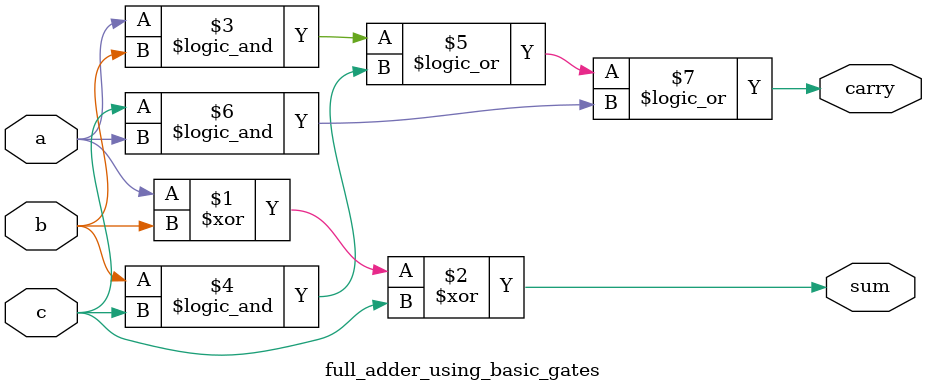
<source format=sv>
module full_adder_using_basic_gates(
                                   input logic a,
                                   input logic b,
                                   input logic c,
                                   output logic sum,
                                   output logic carry
                                   );
`ifdef PRIMITIVES
logic xor_ab;
logic and_ab;
logic and_bc;
logic and_ca;
`endif

`ifdef USER_DEFINED_PRIMITIVES
  table
    //a b c sum carry
      0 0 0 :0  :0;
      0 0 1 :1  :0;
      0 1 0 :1  :0;
      0 1 1 :0  :1;
      1 0 0 :1  :0;
      1 0 1 :0  :1;
      1 1 0 :0  :1;
      1 1 1 :1  :1;
  endtable
`elsif PRIMITIVES
  xor (xor_ab,a,b);
  xor (sum,xor_ab,c);
  and (and_ab,a,b);
  and (and_bc,b,c);
  and (and_ca,c,a);
  or (carry,and_ab,and_bc,and_ca);
`else
  assign sum = a ^ b ^ c;
  assign carry = (a && b) || (b && c) || (c && a);
`endif

endmodule

</source>
